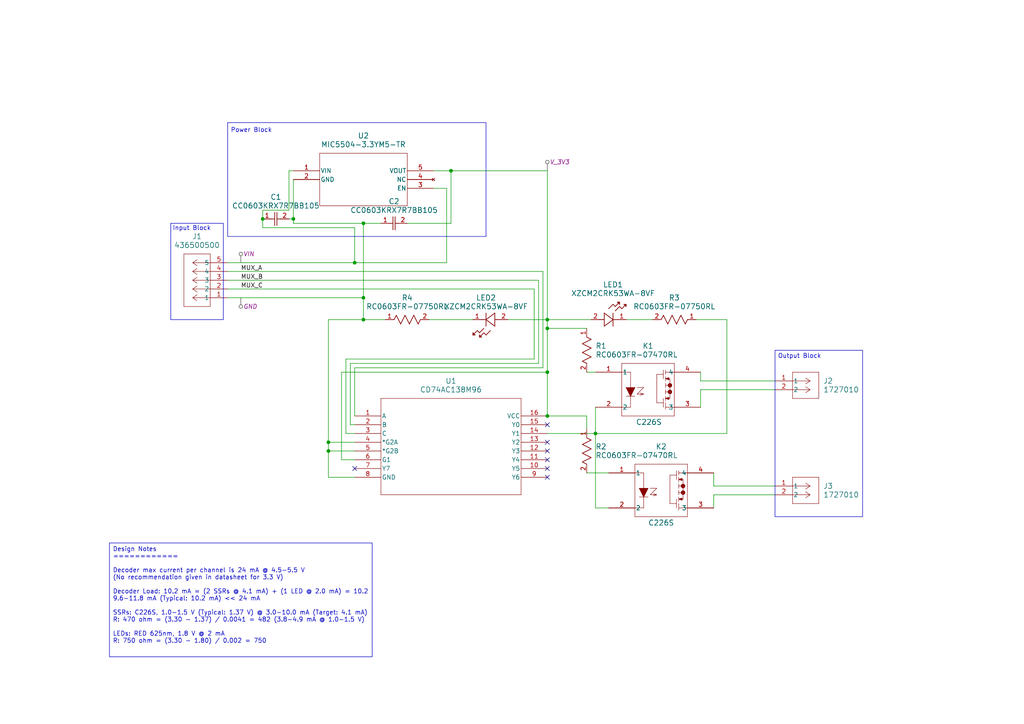
<source format=kicad_sch>
(kicad_sch (version 20231120) (generator "eeschema") (generator_version "8.0")
  (paper "A4")
  (title_block (title "MUX PCB Tester 1x1") (date "2024-04-19") (rev "1") (company "QATCH Technologies LLC") (comment 1 "Author: Alexander J. Ross"))
  (lib_symbols
    (symbol "Symbols:1727010" (pin_names (offset 0.254))
      (property "Reference" "J" (at 8.89 6.35 0))
      (property "Value" "1727010" (at 0 0 0))
      (symbol "1727010_0_1"
        (polyline (pts (xy 5.08 -5.08) (xy 12.7 -5.08)) (stroke (width 0.127)))
        (polyline (pts (xy 5.08 2.54) (xy 5.08 -5.08)) (stroke (width 0.127)))
        (polyline (pts (xy 10.16 -2.54) (xy 5.08 -2.54)) (stroke (width 0.127)))
        (polyline (pts (xy 10.16 -2.54) (xy 8.89 -3.3867)) (stroke (width 0.127)))
        (polyline (pts (xy 10.16 -2.54) (xy 8.89 -1.6933)) (stroke (width 0.127)))
        (polyline (pts (xy 10.16 0) (xy 5.08 0)) (stroke (width 0.127)))
        (polyline (pts (xy 10.16 0) (xy 8.89 -0.8467)) (stroke (width 0.127)))
        (polyline (pts (xy 10.16 0) (xy 8.89 0.8467)) (stroke (width 0.127)))
        (polyline (pts (xy 12.7 -5.08) (xy 12.7 2.54)) (stroke (width 0.127)))
        (polyline (pts (xy 12.7 2.54) (xy 5.08 2.54)) (stroke (width 0.127)))
        (pin unspecified line (at 0 0 0) (length 5.08) (name "1") (number "1"))
        (pin unspecified line (at 0 -2.54 0) (length 5.08) (name "2") (number "2"))
      )
    )
    (symbol "Symbols:436500500" (pin_names (offset 0.254))
      (property "Reference" "J" (at 8.89 6.35 0))
      (property "Value" "436500500" (at 0 0 0))
      (symbol "436500500_1_1"
        (polyline (pts (xy 5.08 -12.7) (xy 12.7 -12.7)) (stroke (width 0.127)))
        (polyline (pts (xy 5.08 2.54) (xy 5.08 -12.7)) (stroke (width 0.127)))
        (polyline (pts (xy 10.16 -10.16) (xy 5.08 -10.16)) (stroke (width 0.127)))
        (polyline (pts (xy 10.16 -10.16) (xy 8.89 -11.0067)) (stroke (width 0.127)))
        (polyline (pts (xy 10.16 -10.16) (xy 8.89 -9.3133)) (stroke (width 0.127)))
        (polyline (pts (xy 10.16 -7.62) (xy 5.08 -7.62)) (stroke (width 0.127)))
        (polyline (pts (xy 10.16 -7.62) (xy 8.89 -8.4667)) (stroke (width 0.127)))
        (polyline (pts (xy 10.16 -7.62) (xy 8.89 -6.7733)) (stroke (width 0.127)))
        (polyline (pts (xy 10.16 -5.08) (xy 5.08 -5.08)) (stroke (width 0.127)))
        (polyline (pts (xy 10.16 -5.08) (xy 8.89 -5.9267)) (stroke (width 0.127)))
        (polyline (pts (xy 10.16 -5.08) (xy 8.89 -4.2333)) (stroke (width 0.127)))
        (polyline (pts (xy 10.16 -2.54) (xy 5.08 -2.54)) (stroke (width 0.127)))
        (polyline (pts (xy 10.16 -2.54) (xy 8.89 -3.3867)) (stroke (width 0.127)))
        (polyline (pts (xy 10.16 -2.54) (xy 8.89 -1.6933)) (stroke (width 0.127)))
        (polyline (pts (xy 10.16 0) (xy 5.08 0)) (stroke (width 0.127)))
        (polyline (pts (xy 10.16 0) (xy 8.89 -0.8467)) (stroke (width 0.127)))
        (polyline (pts (xy 10.16 0) (xy 8.89 0.8467)) (stroke (width 0.127)))
        (polyline (pts (xy 12.7 -12.7) (xy 12.7 2.54)) (stroke (width 0.127)))
        (polyline (pts (xy 12.7 2.54) (xy 5.08 2.54)) (stroke (width 0.127)))
        (pin unspecified line (at 0 0 0) (length 5.08) (name "1") (number "1"))
        (pin unspecified line (at 0 -2.54 0) (length 5.08) (name "2") (number "2"))
        (pin unspecified line (at 0 -5.08 0) (length 5.08) (name "3") (number "3"))
        (pin unspecified line (at 0 -7.62 0) (length 5.08) (name "4") (number "4"))
        (pin unspecified line (at 0 -10.16 0) (length 5.08) (name "5") (number "5"))
      )
      (symbol "436500500_1_2"
        (polyline (pts (xy 5.08 -12.7) (xy 12.7 -12.7)) (stroke (width 0.127)))
        (polyline (pts (xy 5.08 2.54) (xy 5.08 -12.7)) (stroke (width 0.127)))
        (polyline (pts (xy 7.62 -10.16) (xy 5.08 -10.16)) (stroke (width 0.127)))
        (polyline (pts (xy 7.62 -10.16) (xy 8.89 -11.0067)) (stroke (width 0.127)))
        (polyline (pts (xy 7.62 -10.16) (xy 8.89 -9.3133)) (stroke (width 0.127)))
        (polyline (pts (xy 7.62 -7.62) (xy 5.08 -7.62)) (stroke (width 0.127)))
        (polyline (pts (xy 7.62 -7.62) (xy 8.89 -8.4667)) (stroke (width 0.127)))
        (polyline (pts (xy 7.62 -7.62) (xy 8.89 -6.7733)) (stroke (width 0.127)))
        (polyline (pts (xy 7.62 -5.08) (xy 5.08 -5.08)) (stroke (width 0.127)))
        (polyline (pts (xy 7.62 -5.08) (xy 8.89 -5.9267)) (stroke (width 0.127)))
        (polyline (pts (xy 7.62 -5.08) (xy 8.89 -4.2333)) (stroke (width 0.127)))
        (polyline (pts (xy 7.62 -2.54) (xy 5.08 -2.54)) (stroke (width 0.127)))
        (polyline (pts (xy 7.62 -2.54) (xy 8.89 -3.3867)) (stroke (width 0.127)))
        (polyline (pts (xy 7.62 -2.54) (xy 8.89 -1.6933)) (stroke (width 0.127)))
        (polyline (pts (xy 7.62 0) (xy 5.08 0)) (stroke (width 0.127)))
        (polyline (pts (xy 7.62 0) (xy 8.89 -0.8467)) (stroke (width 0.127)))
        (polyline (pts (xy 7.62 0) (xy 8.89 0.8467)) (stroke (width 0.127)))
        (polyline (pts (xy 12.7 -12.7) (xy 12.7 2.54)) (stroke (width 0.127)))
        (polyline (pts (xy 12.7 2.54) (xy 5.08 2.54)) (stroke (width 0.127)))
        (pin unspecified line (at 0 0 0) (length 5.08) (name "1") (number "1"))
        (pin unspecified line (at 0 -2.54 0) (length 5.08) (name "2") (number "2"))
        (pin unspecified line (at 0 -5.08 0) (length 5.08) (name "3") (number "3"))
        (pin unspecified line (at 0 -7.62 0) (length 5.08) (name "4") (number "4"))
        (pin unspecified line (at 0 -10.16 0) (length 5.08) (name "5") (number "5"))
      )
    )
    (symbol "Symbols:C226S" (pin_names (offset 0.254))
      (property "Reference" "K" (at 15.24 7.62 0))
      (property "Value" "C226S" (at 20.32 5.08 0))
      (symbol "C226S_0_1"
        (polyline (pts (xy 7.62 -12.7) (xy 22.86 -12.7)) (stroke (width 0.127)))
        (polyline (pts (xy 7.62 -10.16) (xy 10.16 -10.16)) (stroke (width 0.127)))
        (polyline (pts (xy 7.62 0) (xy 10.16 0)) (stroke (width 0.127)))
        (polyline (pts (xy 7.62 2.54) (xy 7.62 -12.7)) (stroke (width 0.127)))
        (polyline (pts (xy 8.89 -6.985) (xy 11.43 -6.985)) (stroke (width 0.127)))
        (polyline (pts (xy 8.89 -4.445) (xy 11.43 -4.445)) (stroke (width 0.127)))
        (polyline (pts (xy 10.16 -6.985) (xy 8.89 -4.445)) (stroke (width 0.127)))
        (polyline (pts (xy 10.16 0) (xy 10.16 -10.16)) (stroke (width 0.127)))
        (polyline (pts (xy 11.43 -4.445) (xy 10.16 -6.985)) (stroke (width 0.127)))
        (polyline (pts (xy 12.065 -6.35) (xy 13.97 -6.35)) (stroke (width 0.127)))
        (polyline (pts (xy 12.065 -4.445) (xy 13.97 -4.445)) (stroke (width 0.127)))
        (polyline (pts (xy 13.0175 -6.0325) (xy 13.97 -6.35)) (stroke (width 0.127)))
        (polyline (pts (xy 13.97 -6.35) (xy 13.0175 -6.6675)) (stroke (width 0.127)))
        (polyline (pts (xy 13.97 -4.445) (xy 12.065 -6.35)) (stroke (width 0.127)))
        (polyline (pts (xy 17.78 -8.89) (xy 19.685 -8.89)) (stroke (width 0.127)))
        (polyline (pts (xy 17.78 -0.635) (xy 17.78 -8.89)) (stroke (width 0.127)))
        (polyline (pts (xy 19.685 -7.62) (xy 19.685 -10.16)) (stroke (width 0.127)))
        (polyline (pts (xy 19.685 -0.635) (xy 17.78 -0.635)) (stroke (width 0.127)))
        (polyline (pts (xy 19.685 0.635) (xy 19.685 -1.905)) (stroke (width 0.127)))
        (polyline (pts (xy 20.32 -8.89) (xy 20.32 -10.795)) (stroke (width 0.127)))
        (polyline (pts (xy 20.32 -7.62) (xy 21.2725 -7.9375)) (stroke (width 0.127)))
        (polyline (pts (xy 20.32 -7.62) (xy 21.2725 -7.3025)) (stroke (width 0.127)))
        (polyline (pts (xy 20.32 -7.62) (xy 21.59 -7.62)) (stroke (width 0.127)))
        (polyline (pts (xy 20.32 -6.985) (xy 20.32 -8.255)) (stroke (width 0.127)))
        (polyline (pts (xy 20.32 -6.35) (xy 20.32 -5.715)) (stroke (width 0.127)))
        (polyline (pts (xy 20.32 -5.715) (xy 20.955 -5.715)) (stroke (width 0.127)))
        (polyline (pts (xy 20.32 -5.08) (xy 20.32 -5.715)) (stroke (width 0.127)))
        (polyline (pts (xy 20.32 -3.81) (xy 21.59 -3.81)) (stroke (width 0.127)))
        (polyline (pts (xy 20.32 -3.175) (xy 20.32 -4.445)) (stroke (width 0.127)))
        (polyline (pts (xy 20.32 -1.905) (xy 21.2725 -2.2225)) (stroke (width 0.127)))
        (polyline (pts (xy 20.32 -1.905) (xy 21.2725 -1.5875)) (stroke (width 0.127)))
        (polyline (pts (xy 20.32 -1.905) (xy 21.59 -1.905)) (stroke (width 0.127)))
        (polyline (pts (xy 20.32 -1.27) (xy 20.32 -2.54)) (stroke (width 0.127)))
        (polyline (pts (xy 20.32 -0.635) (xy 20.32 0)) (stroke (width 0.127)))
        (polyline (pts (xy 20.32 0.635) (xy 20.32 0)) (stroke (width 0.127)))
        (polyline (pts (xy 21.2725 -7.9375) (xy 21.2725 -7.3025)) (stroke (width 0.127)))
        (polyline (pts (xy 21.2725 -2.2225) (xy 21.2725 -1.5875)) (stroke (width 0.127)))
        (polyline (pts (xy 21.59 -5.715) (xy 20.955 -5.715)) (stroke (width 0.127)))
        (polyline (pts (xy 21.59 -1.905) (xy 21.59 -7.62)) (stroke (width 0.127)))
        (polyline (pts (xy 22.86 -12.7) (xy 22.86 2.54)) (stroke (width 0.127)))
        (polyline (pts (xy 22.86 -10.16) (xy 20.32 -10.16)) (stroke (width 0.127)))
        (polyline (pts (xy 22.86 0) (xy 20.32 0)) (stroke (width 0.127)))
        (polyline (pts (xy 22.86 2.54) (xy 7.62 2.54)) (stroke (width 0.127)))
        (polyline (pts (xy 8.89 -4.445) (xy 10.16 -6.985) (xy 11.43 -4.445)) (fill (type outline)))
        (polyline (pts (xy 20.32 -7.62) (xy 21.2725 -7.3025) (xy 21.2725 -7.9375)) (fill (type outline)))
        (polyline (pts (xy 20.32 -1.905) (xy 21.2725 -1.5875) (xy 21.2725 -2.2225)) (fill (type outline)))
        (circle (center 21.59 -5.715) (radius 0.127) (stroke (width 0.508)))
        (circle (center 21.59 -3.81) (radius 0.127) (stroke (width 0.508)))
        (pin unspecified line (at 0 0 0) (length 7.62) (name "1") (number "1"))
        (pin unspecified line (at 0 -10.16 0) (length 7.62) (name "2") (number "2"))
        (pin unspecified line (at 30.48 -10.16 180) (length 7.62) (name "3") (number "3"))
        (pin unspecified line (at 30.48 0 180) (length 7.62) (name "4") (number "4"))
      )
    )
    (symbol "Symbols:CC0603KRX7R7BB105" (pin_names (offset 0.254))
      (property "Reference" "C" (at 3.81 3.81 0))
      (property "Value" "CC0603KRX7R7BB105" (at 3.81 -3.81 0))
      (symbol "CC0603KRX7R7BB105_1_1"
        (polyline (pts (xy 2.54 0) (xy 3.4798 0)) (stroke (width 0.2032)))
        (polyline (pts (xy 3.4798 -1.905) (xy 3.4798 1.905)) (stroke (width 0.2032)))
        (polyline (pts (xy 4.1148 -1.905) (xy 4.1148 1.905)) (stroke (width 0.2032)))
        (polyline (pts (xy 4.1148 0) (xy 5.08 0)) (stroke (width 0.2032)))
        (pin unspecified line (at 0 0 0) (length 2.54) (name "") (number "1"))
        (pin unspecified line (at 7.62 0 180) (length 2.54) (name "") (number "2"))
      )
      (symbol "CC0603KRX7R7BB105_1_2"
        (polyline (pts (xy -1.905 -4.1148) (xy 1.905 -4.1148)) (stroke (width 0.2032)))
        (polyline (pts (xy -1.905 -3.4798) (xy 1.905 -3.4798)) (stroke (width 0.2032)))
        (polyline (pts (xy 0 -4.1148) (xy 0 -5.08)) (stroke (width 0.2032)))
        (polyline (pts (xy 0 -2.54) (xy 0 -3.4798)) (stroke (width 0.2032)))
        (pin unspecified line (at 0 0 270) (length 2.54) (name "") (number "1"))
        (pin unspecified line (at 0 -7.62 90) (length 2.54) (name "") (number "2"))
      )
    )
    (symbol "Symbols:CD74AC138M96" (pin_names (offset 0.254))
      (property "Reference" "U" (at 27.94 10.16 0))
      (property "Value" "CD74AC138M96" (at 27.94 7.62 0))
      (symbol "CD74AC138M96_0_1"
        (polyline (pts (xy 7.62 -22.86) (xy 48.26 -22.86)) (stroke (width 0.127)))
        (polyline (pts (xy 7.62 5.08) (xy 7.62 -22.86)) (stroke (width 0.127)))
        (polyline (pts (xy 48.26 -22.86) (xy 48.26 5.08)) (stroke (width 0.127)))
        (polyline (pts (xy 48.26 5.08) (xy 7.62 5.08)) (stroke (width 0.127)))
        (pin input line (at 0 0 0) (length 7.62) (name "A") (number "1"))
        (pin output line (at 55.88 -15.24 180) (length 7.62) (name "Y5") (number "10"))
        (pin output line (at 55.88 -12.7 180) (length 7.62) (name "Y4") (number "11"))
        (pin output line (at 55.88 -10.16 180) (length 7.62) (name "Y3") (number "12"))
        (pin output line (at 55.88 -7.62 180) (length 7.62) (name "Y2") (number "13"))
        (pin output line (at 55.88 -5.08 180) (length 7.62) (name "Y1") (number "14"))
        (pin output line (at 55.88 -2.54 180) (length 7.62) (name "Y0") (number "15"))
        (pin power_in line (at 55.88 0 180) (length 7.62) (name "VCC") (number "16"))
        (pin input line (at 0 -2.54 0) (length 7.62) (name "B") (number "2"))
        (pin input line (at 0 -5.08 0) (length 7.62) (name "C") (number "3"))
        (pin input line (at 0 -7.62 0) (length 7.62) (name "*G2A") (number "4"))
        (pin input line (at 0 -10.16 0) (length 7.62) (name "*G2B") (number "5"))
        (pin input line (at 0 -12.7 0) (length 7.62) (name "G1") (number "6"))
        (pin output line (at 0 -15.24 0) (length 7.62) (name "Y7") (number "7"))
        (pin power_in line (at 0 -17.78 0) (length 7.62) (name "GND") (number "8"))
        (pin output line (at 55.88 -17.78 180) (length 7.62) (name "Y6") (number "9"))
      )
    )
    (symbol "Symbols:MIC5504-3.3YM5-TR" (pin_names (offset 0.254))
      (property "Reference" "U" (at 20.32 10.16 0))
      (property "Value" "MIC5504-3.3YM5-TR" (at 20.32 7.62 0))
      (symbol "MIC5504-3.3YM5-TR_0_1"
        (polyline (pts (xy 7.62 -10.16) (xy 33.02 -10.16)) (stroke (width 0.127)))
        (polyline (pts (xy 7.62 5.08) (xy 7.62 -10.16)) (stroke (width 0.127)))
        (polyline (pts (xy 33.02 -10.16) (xy 33.02 5.08)) (stroke (width 0.127)))
        (polyline (pts (xy 33.02 5.08) (xy 7.62 5.08)) (stroke (width 0.127)))
        (pin input line (at 0 0 0) (length 7.62) (name "VIN") (number "1"))
        (pin power_in line (at 0 -2.54 0) (length 7.62) (name "GND") (number "2"))
        (pin input line (at 40.64 -5.08 180) (length 7.62) (name "EN") (number "3"))
        (pin no_connect line (at 40.64 -2.54 180) (length 7.62) (name "NC") (number "4"))
        (pin output line (at 40.64 0 180) (length 7.62) (name "VOUT") (number "5"))
      )
    )
    (symbol "Symbols:RC0603FR-07470RL" (pin_names (offset 0.254))
      (property "Reference" "R" (at 5.715 3.81 0))
      (property "Value" "RC0603FR-07470RL" (at 6.35 -3.81 0))
      (symbol "RC0603FR-07470RL_1_1"
        (polyline (pts (xy 2.54 0) (xy 3.175 1.27)) (stroke (width 0.2032)))
        (polyline (pts (xy 3.175 1.27) (xy 4.445 -1.27)) (stroke (width 0.2032)))
        (polyline (pts (xy 4.445 -1.27) (xy 5.715 1.27)) (stroke (width 0.2032)))
        (polyline (pts (xy 5.715 1.27) (xy 6.985 -1.27)) (stroke (width 0.2032)))
        (polyline (pts (xy 6.985 -1.27) (xy 8.255 1.27)) (stroke (width 0.2032)))
        (polyline (pts (xy 8.255 1.27) (xy 9.525 -1.27)) (stroke (width 0.2032)))
        (polyline (pts (xy 9.525 -1.27) (xy 10.16 0)) (stroke (width 0.2032)))
        (pin unspecified line (at 12.7 0 180) (length 2.54) (name "") (number "1"))
        (pin unspecified line (at 0 0 0) (length 2.54) (name "") (number "2"))
      )
      (symbol "RC0603FR-07470RL_1_2"
        (polyline (pts (xy -1.27 3.175) (xy 1.27 4.445)) (stroke (width 0.2032)))
        (polyline (pts (xy -1.27 5.715) (xy 1.27 6.985)) (stroke (width 0.2032)))
        (polyline (pts (xy -1.27 8.255) (xy 1.27 9.525)) (stroke (width 0.2032)))
        (polyline (pts (xy 0 2.54) (xy -1.27 3.175)) (stroke (width 0.2032)))
        (polyline (pts (xy 1.27 4.445) (xy -1.27 5.715)) (stroke (width 0.2032)))
        (polyline (pts (xy 1.27 6.985) (xy -1.27 8.255)) (stroke (width 0.2032)))
        (polyline (pts (xy 1.27 9.525) (xy 0 10.16)) (stroke (width 0.2032)))
        (pin unspecified line (at 0 12.7 270) (length 2.54) (name "") (number "1"))
        (pin unspecified line (at 0 0 90) (length 2.54) (name "") (number "2"))
      )
    )
    (symbol "Symbols:RC0603FR-07750RL" (pin_names (offset 0.254))
      (property "Reference" "R" (at 5.715 3.81 0))
      (property "Value" "RC0603FR-07750RL" (at 6.35 -3.81 0))
      (symbol "RC0603FR-07750RL_1_1"
        (polyline (pts (xy 2.54 0) (xy 3.175 1.27)) (stroke (width 0.2032)))
        (polyline (pts (xy 3.175 1.27) (xy 4.445 -1.27)) (stroke (width 0.2032)))
        (polyline (pts (xy 4.445 -1.27) (xy 5.715 1.27)) (stroke (width 0.2032)))
        (polyline (pts (xy 5.715 1.27) (xy 6.985 -1.27)) (stroke (width 0.2032)))
        (polyline (pts (xy 6.985 -1.27) (xy 8.255 1.27)) (stroke (width 0.2032)))
        (polyline (pts (xy 8.255 1.27) (xy 9.525 -1.27)) (stroke (width 0.2032)))
        (polyline (pts (xy 9.525 -1.27) (xy 10.16 0)) (stroke (width 0.2032)))
        (pin unspecified line (at 12.7 0 180) (length 2.54) (name "") (number "1"))
        (pin unspecified line (at 0 0 0) (length 2.54) (name "") (number "2"))
      )
      (symbol "RC0603FR-07750RL_1_2"
        (polyline (pts (xy -1.27 3.175) (xy 1.27 4.445)) (stroke (width 0.2032)))
        (polyline (pts (xy -1.27 5.715) (xy 1.27 6.985)) (stroke (width 0.2032)))
        (polyline (pts (xy -1.27 8.255) (xy 1.27 9.525)) (stroke (width 0.2032)))
        (polyline (pts (xy 0 2.54) (xy -1.27 3.175)) (stroke (width 0.2032)))
        (polyline (pts (xy 1.27 4.445) (xy -1.27 5.715)) (stroke (width 0.2032)))
        (polyline (pts (xy 1.27 6.985) (xy -1.27 8.255)) (stroke (width 0.2032)))
        (polyline (pts (xy 1.27 9.525) (xy 0 10.16)) (stroke (width 0.2032)))
        (pin unspecified line (at 0 12.7 270) (length 2.54) (name "") (number "1"))
        (pin unspecified line (at 0 0 90) (length 2.54) (name "") (number "2"))
      )
    )
    (symbol "Symbols:XZCM2CRK53WA-8VF" (pin_names (offset 0.254))
      (property "Reference" "LED" (at 5.08 -4.445 0))
      (property "Value" "XZCM2CRK53WA-8VF" (at 5.08 -7.62 0))
      (symbol "XZCM2CRK53WA-8VF_1_1"
        (polyline (pts (xy 2.54 0) (xy 3.4798 0)) (stroke (width 0.2032)))
        (polyline (pts (xy 3.175 0) (xy 3.81 0)) (stroke (width 0.2032)))
        (polyline (pts (xy 3.81 -1.905) (xy 6.35 0)) (stroke (width 0.2032)))
        (polyline (pts (xy 3.81 1.905) (xy 3.81 -1.905)) (stroke (width 0.2032)))
        (polyline (pts (xy 5.08 3.175) (xy 6.35 4.445)) (stroke (width 0.2032)))
        (polyline (pts (xy 6.35 -1.905) (xy 6.35 1.905)) (stroke (width 0.2032)))
        (polyline (pts (xy 6.35 0) (xy 3.81 1.905)) (stroke (width 0.2032)))
        (polyline (pts (xy 6.35 0) (xy 7.62 0)) (stroke (width 0.2032)))
        (polyline (pts (xy 6.35 4.445) (xy 6.985 3.81)) (stroke (width 0.2032)))
        (polyline (pts (xy 6.985 2.54) (xy 8.255 3.81)) (stroke (width 0.2032)))
        (polyline (pts (xy 6.985 3.81) (xy 8.255 5.08)) (stroke (width 0.2032)))
        (polyline (pts (xy 7.62 5.08) (xy 8.255 4.445)) (stroke (width 0.2032)))
        (polyline (pts (xy 8.255 3.81) (xy 8.89 3.175)) (stroke (width 0.2032)))
        (polyline (pts (xy 8.255 4.445) (xy 8.255 5.08)) (stroke (width 0.2032)))
        (polyline (pts (xy 8.255 5.08) (xy 7.62 5.08)) (stroke (width 0.2032)))
        (polyline (pts (xy 8.89 3.175) (xy 10.16 4.445)) (stroke (width 0.2032)))
        (polyline (pts (xy 9.525 4.445) (xy 10.16 3.81)) (stroke (width 0.2032)))
        (polyline (pts (xy 10.16 3.81) (xy 10.16 4.445)) (stroke (width 0.2032)))
        (polyline (pts (xy 10.16 4.445) (xy 9.525 4.445)) (stroke (width 0.2032)))
        (pin unspecified line (at 10.16 0 180) (length 2.54) (name "") (number "1"))
        (pin unspecified line (at 0 0 0) (length 2.54) (name "") (number "2"))
      )
      (symbol "XZCM2CRK53WA-8VF_1_2"
        (polyline (pts (xy -5.08 7.62) (xy -4.445 8.255)) (stroke (width 0.2032)))
        (polyline (pts (xy -5.08 8.255) (xy -5.08 7.62)) (stroke (width 0.2032)))
        (polyline (pts (xy -4.445 6.35) (xy -3.81 6.985)) (stroke (width 0.2032)))
        (polyline (pts (xy -4.445 8.255) (xy -5.08 8.255)) (stroke (width 0.2032)))
        (polyline (pts (xy -4.445 9.525) (xy -3.81 10.16)) (stroke (width 0.2032)))
        (polyline (pts (xy -4.445 10.16) (xy -4.445 9.525)) (stroke (width 0.2032)))
        (polyline (pts (xy -3.81 6.985) (xy -5.08 8.255)) (stroke (width 0.2032)))
        (polyline (pts (xy -3.81 8.255) (xy -3.175 8.89)) (stroke (width 0.2032)))
        (polyline (pts (xy -3.81 10.16) (xy -4.445 10.16)) (stroke (width 0.2032)))
        (polyline (pts (xy -3.175 5.08) (xy -4.445 6.35)) (stroke (width 0.2032)))
        (polyline (pts (xy -3.175 8.89) (xy -4.445 10.16)) (stroke (width 0.2032)))
        (polyline (pts (xy -2.54 6.985) (xy -3.81 8.255)) (stroke (width 0.2032)))
        (polyline (pts (xy -1.905 3.81) (xy 1.905 3.81)) (stroke (width 0.2032)))
        (polyline (pts (xy 0 2.54) (xy 0 3.4798)) (stroke (width 0.2032)))
        (polyline (pts (xy 0 3.175) (xy 0 3.81)) (stroke (width 0.2032)))
        (polyline (pts (xy 0 6.35) (xy -1.905 3.81)) (stroke (width 0.2032)))
        (polyline (pts (xy 0 6.35) (xy 0 7.62)) (stroke (width 0.2032)))
        (polyline (pts (xy 1.905 3.81) (xy 0 6.35)) (stroke (width 0.2032)))
        (polyline (pts (xy 1.905 6.35) (xy -1.905 6.35)) (stroke (width 0.2032)))
        (pin unspecified line (at 0 10.16 270) (length 2.54) (name "") (number "1"))
        (pin unspecified line (at 0 0 90) (length 2.54) (name "") (number "2"))
      )
    )
  )
  (junction (at 158.75 92.71))
  (junction (at 105.41 86.36))
  (junction (at 76.2 63.5))
  (junction (at 102.87 76.2))
  (junction (at 172.72 125.73))
  (junction (at 158.75 95.25))
  (junction (at 95.25 128.27))
  (junction (at 158.75 107.95))
  (junction (at 105.41 92.71))
  (junction (at 130.81 49.53))
  (junction (at 85.09 63.5))
  (junction (at 95.25 130.81))
  (junction (at 158.75 120.65))
  (junction (at 105.41 64.77))
  (no_connect (at 158.75 130.81))
  (no_connect (at 102.87 135.89))
  (no_connect (at 158.75 135.89))
  (no_connect (at 158.75 138.43))
  (no_connect (at 158.75 133.35))
  (no_connect (at 158.75 128.27))
  (no_connect (at 158.75 123.19))
  (wire (pts (xy 102.87 133.35) (xy 99.06 133.35)))
  (wire (pts (xy 154.94 104.14) (xy 154.94 83.82)))
  (wire (pts (xy 170.18 137.16) (xy 176.53 137.16)))
  (wire (pts (xy 172.72 125.73) (xy 172.72 118.11)))
  (wire (pts (xy 95.25 128.27) (xy 102.87 128.27)))
  (wire (pts (xy 181.61 92.71) (xy 189.23 92.71)))
  (wire (pts (xy 101.6 123.19) (xy 101.6 105.41)))
  (wire (pts (xy 101.6 105.41) (xy 156.21 105.41)))
  (wire (pts (xy 176.53 147.32) (xy 172.72 147.32)))
  (wire (pts (xy 102.87 106.68) (xy 157.48 106.68)))
  (wire (pts (xy 158.75 95.25) (xy 170.18 95.25)))
  (wire (pts (xy 158.75 95.25) (xy 158.75 92.71)))
  (wire (pts (xy 95.25 128.27) (xy 95.25 92.71)))
  (wire (pts (xy 203.2 110.49) (xy 203.2 107.95)))
  (wire (pts (xy 130.81 49.53) (xy 125.73 49.53)))
  (wire (pts (xy 83.82 49.53) (xy 85.09 49.53)))
  (wire (pts (xy 130.81 64.77) (xy 130.81 49.53)))
  (wire (pts (xy 85.09 52.07) (xy 85.09 63.5)))
  (wire (pts (xy 172.72 125.73) (xy 210.82 125.73)))
  (wire (pts (xy 99.06 133.35) (xy 99.06 107.95)))
  (wire (pts (xy 105.41 92.71) (xy 105.41 86.36)))
  (wire (pts (xy 201.93 92.71) (xy 210.82 92.71)))
  (wire (pts (xy 95.25 130.81) (xy 95.25 128.27)))
  (wire (pts (xy 102.87 138.43) (xy 95.25 138.43)))
  (wire (pts (xy 76.2 63.5) (xy 76.2 60.96)))
  (wire (pts (xy 102.87 123.19) (xy 101.6 123.19)))
  (wire (pts (xy 76.2 60.96) (xy 83.82 60.96)))
  (wire (pts (xy 207.01 140.97) (xy 207.01 137.16)))
  (wire (pts (xy 158.75 92.71) (xy 171.45 92.71)))
  (wire (pts (xy 95.25 138.43) (xy 95.25 130.81)))
  (wire (pts (xy 224.79 140.97) (xy 207.01 140.97)))
  (wire (pts (xy 102.87 125.73) (xy 100.33 125.73)))
  (wire (pts (xy 66.04 86.36) (xy 105.41 86.36)))
  (wire (pts (xy 129.54 54.61) (xy 129.54 76.2)))
  (wire (pts (xy 66.04 78.74) (xy 157.48 78.74)))
  (wire (pts (xy 158.75 107.95) (xy 158.75 95.25)))
  (wire (pts (xy 158.75 120.65) (xy 158.75 107.95)))
  (wire (pts (xy 224.79 110.49) (xy 203.2 110.49)))
  (wire (pts (xy 100.33 125.73) (xy 100.33 104.14)))
  (wire (pts (xy 105.41 64.77) (xy 110.49 64.77)))
  (wire (pts (xy 158.75 49.53) (xy 130.81 49.53)))
  (wire (pts (xy 83.82 63.5) (xy 85.09 63.5)))
  (wire (pts (xy 66.04 76.2) (xy 102.87 76.2)))
  (wire (pts (xy 118.11 64.77) (xy 130.81 64.77)))
  (wire (pts (xy 158.75 92.71) (xy 158.75 49.53)))
  (wire (pts (xy 207.01 143.51) (xy 207.01 147.32)))
  (wire (pts (xy 224.79 143.51) (xy 207.01 143.51)))
  (wire (pts (xy 66.04 81.28) (xy 156.21 81.28)))
  (wire (pts (xy 170.18 120.65) (xy 158.75 120.65)))
  (wire (pts (xy 85.09 63.5) (xy 85.09 64.77)))
  (wire (pts (xy 95.25 130.81) (xy 102.87 130.81)))
  (wire (pts (xy 102.87 76.2) (xy 129.54 76.2)))
  (wire (pts (xy 99.06 107.95) (xy 158.75 107.95)))
  (wire (pts (xy 125.73 54.61) (xy 129.54 54.61)))
  (wire (pts (xy 85.09 64.77) (xy 105.41 64.77)))
  (wire (pts (xy 172.72 147.32) (xy 172.72 125.73)))
  (wire (pts (xy 124.46 92.71) (xy 137.16 92.71)))
  (wire (pts (xy 170.18 107.95) (xy 172.72 107.95)))
  (wire (pts (xy 102.87 120.65) (xy 102.87 106.68)))
  (wire (pts (xy 102.87 76.2) (xy 102.87 66.04)))
  (wire (pts (xy 147.32 92.71) (xy 158.75 92.71)))
  (wire (pts (xy 157.48 106.68) (xy 157.48 78.74)))
  (wire (pts (xy 83.82 60.96) (xy 83.82 49.53)))
  (wire (pts (xy 105.41 64.77) (xy 105.41 86.36)))
  (wire (pts (xy 100.33 104.14) (xy 154.94 104.14)))
  (wire (pts (xy 224.79 113.03) (xy 203.2 113.03)))
  (wire (pts (xy 105.41 92.71) (xy 111.76 92.71)))
  (wire (pts (xy 66.04 83.82) (xy 154.94 83.82)))
  (wire (pts (xy 102.87 66.04) (xy 76.2 66.04)))
  (wire (pts (xy 76.2 66.04) (xy 76.2 63.5)))
  (wire (pts (xy 95.25 92.71) (xy 105.41 92.71)))
  (wire (pts (xy 203.2 113.03) (xy 203.2 118.11)))
  (wire (pts (xy 156.21 105.41) (xy 156.21 81.28)))
  (wire (pts (xy 210.82 92.71) (xy 210.82 125.73)))
  (wire (pts (xy 170.18 120.65) (xy 170.18 124.46)))
  (wire (pts (xy 158.75 125.73) (xy 172.72 125.73)))
  (rectangle (start 49.53 64.77) (end 64.77 92.71))
  (rectangle (start 66.04 35.56) (end 140.97 68.58))
  (rectangle (start 224.79 101.6) (end 250.19 149.86))
  (text_box "Design Notes\n============\n\nDecoder max current per channel is 24 mA @ 4.5-5.5 V\n(No recommendation given in datasheet for 3.3 V)\n\nDecoder Load: 10.2 mA = (2 SSRs @ 4.1 mA) + (1 LED @ 2.0 mA) = 10.2\n9.6-11.8 mA (Typical: 10.2 mA) << 24 mA\n\nSSRs: C226S, 1.0-1.5 V (Typical: 1.37 V) @ 3.0-10.0 mA (Target: 4.1 mA)\nR: 470 ohm = (3.30 - 1.37) / 0.0041 = 482 (3.8-4.9 mA @ 1.0-1.5 V)\n\nLEDs: RED 625nm, 1.8 V @ 2 mA\nR: 750 ohm = (3.30 - 1.80) / 0.002 = 750" (at 31.75 157.48 0) (size 76.2 33.02) (effects (font (size 1.27 1.27)) (justify left top)))
  (text "Input Block" (at 55.626 66.294 0) (effects (font (size 1.27 1.27))))
  (text "Power Block" (at 72.898 37.846 0) (effects (font (size 1.27 1.27))))
  (text "Output Block" (at 231.902 103.378 0) (effects (font (size 1.27 1.27))))
  (label "MUX_A" (at 69.85 78.74 0))
  (label "MUX_B" (at 69.85 81.28 0))
  (label "MUX_C" (at 69.85 83.82 0))
  (netclass_flag "" (length 2.54) (shape round) (at 158.75 49.53 0) (property "Netclass" "V_3V3" (at 159.4485 46.99 0) (effects (font (italic yes)) (justify left))))
  (netclass_flag "" (length 2.54) (shape round) (at 69.85 86.36 180) (property "Netclass" "GND" (at 70.5485 88.9 0) (effects (font (italic yes)) (justify left))))
  (netclass_flag "" (length 2.54) (shape round) (at 69.85 76.2 0) (property "Netclass" "VIN" (at 70.5485 73.66 0) (effects (font (italic yes)) (justify left))))
  (symbol (lib_id "Symbols:MIC5504-3.3YM5-TR") (at 85.09 49.53 0) (unit 1)
    (property "Reference" "U2" (at 105.41 39.37 0) (effects (font (size 1.524 1.524))))
    (property "Value" "MIC5504-3.3YM5-TR" (at 105.41 41.91 0) (effects (font (size 1.524 1.524))))
    (property "Footprint" "SOT-23-5_MC_MCH" (effects (hide yes)))
    (property "Datasheet" "MIC5504-3.3YM5-TR" (effects (hide yes)))
  )
  (symbol (lib_id "Symbols:436500500") (at 66.04 86.36 180) (unit 1)
    (property "Reference" "J1" (at 57.15 68.58 0) (effects (font (size 1.524 1.524))))
    (property "Value" "436500500" (at 57.15 71.12 0) (effects (font (size 1.524 1.524))))
    (property "Footprint" "CON_436500500_MOL" (effects (hide yes)))
    (property "Datasheet" "436500500" (effects (hide yes)))
  )
  (symbol (lib_id "Symbols:1727010") (at 224.79 110.49 0) (unit 1)
    (property "Reference" "J2" (at 238.76 110.4899 0) (effects (font (size 1.524 1.524)) (justify left)))
    (property "Value" "1727010" (at 238.76 113.0299 0) (effects (font (size 1.524 1.524)) (justify left)))
    (property "Footprint" "Connector_Phoenix_SPT:CONN_1727010" (effects (hide yes)))
    (property "Datasheet" "1727010" (effects (hide yes)))
  )
  (symbol (lib_id "Symbols:RC0603FR-07470RL") (at 170.18 107.95 90) (unit 1)
    (property "Reference" "R1" (at 172.72 100.3299 90) (effects (font (size 1.524 1.524)) (justify right)))
    (property "Value" "RC0603FR-07470RL" (at 172.72 102.8699 90) (effects (font (size 1.524 1.524)) (justify right)))
    (property "Footprint" "RC0603N_YAG" (effects (hide yes)))
    (property "Datasheet" "RC0603FR-07470RL" (effects (hide yes)))
    (property "MANUFACTURER" "YAGEO" (effects (hide yes)))
  )
  (symbol (lib_id "Symbols:CD74AC138M96") (at 102.87 120.65 0) (unit 1)
    (property "Reference" "U1" (at 130.81 110.49 0) (effects (font (size 1.524 1.524))))
    (property "Value" "CD74AC138M96" (at 130.81 113.03 0) (effects (font (size 1.524 1.524))))
    (property "Footprint" "Decoder:D16" (effects (hide yes)))
    (property "Datasheet" "CD74AC138M96" (effects (hide yes)))
  )
  (symbol (lib_id "Symbols:1727010") (at 224.79 140.97 0) (unit 1)
    (property "Reference" "J3" (at 238.76 140.9699 0) (effects (font (size 1.524 1.524)) (justify left)))
    (property "Value" "1727010" (at 238.76 143.5099 0) (effects (font (size 1.524 1.524)) (justify left)))
    (property "Footprint" "Connector_Phoenix_SPT:CONN_1727010" (effects (hide yes)))
    (property "Datasheet" "1727010" (effects (hide yes)))
  )
  (symbol (lib_id "Symbols:CC0603KRX7R7BB105") (at 76.2 63.5 0) (unit 1)
    (property "Reference" "C1" (at 80.01 57.15 0) (effects (font (size 1.524 1.524))))
    (property "Value" "CC0603KRX7R7BB105" (at 80.01 59.69 0) (effects (font (size 1.524 1.524))))
    (property "Footprint" "YAG_CC0603_YAG" (effects (hide yes)))
    (property "Datasheet" "CC0603KRX7R7BB105" (effects (hide yes)))
  )
  (symbol (lib_id "Symbols:RC0603FR-07470RL") (at 170.18 137.16 90) (unit 1)
    (property "Reference" "R2" (at 172.72 129.5399 90) (effects (font (size 1.524 1.524)) (justify right)))
    (property "Value" "RC0603FR-07470RL" (at 172.72 132.0799 90) (effects (font (size 1.524 1.524)) (justify right)))
    (property "Footprint" "RC0603N_YAG" (effects (hide yes)))
    (property "Datasheet" "RC0603FR-07470RL" (effects (hide yes)))
    (property "MANUFACTURER" "YAGEO" (effects (hide yes)))
  )
  (symbol (lib_id "Symbols:C226S") (at 176.53 137.16 0) (unit 1)
    (property "Reference" "K2" (at 191.77 129.54 0) (effects (font (size 1.524 1.524))))
    (property "Value" "C226S" (at 191.77 151.638 0) (effects (font (size 1.524 1.524))))
    (property "Footprint" "C226S_COT" (effects (hide yes)))
    (property "Datasheet" "C226S" (effects (hide yes)))
  )
  (symbol (lib_id "Symbols:XZCM2CRK53WA-8VF") (at 147.32 92.71 180) (unit 1)
    (property "Reference" "LED2" (at 140.97 86.36 0) (effects (font (size 1.524 1.524))))
    (property "Value" "XZCM2CRK53WA-8VF" (at 140.97 88.9 0) (effects (font (size 1.524 1.524))))
    (property "Footprint" "LED_SMD:LED_SMD_XZCM_1P6X0P8_SLD" (effects (hide yes)))
    (property "Datasheet" "XZCM2CRK53WA-8VF" (effects (hide yes)))
  )
  (symbol (lib_id "Symbols:CC0603KRX7R7BB105") (at 110.49 64.77 0) (unit 1)
    (property "Reference" "C2" (at 114.3 58.42 0) (effects (font (size 1.524 1.524))))
    (property "Value" "CC0603KRX7R7BB105" (at 114.3 60.96 0) (effects (font (size 1.524 1.524))))
    (property "Footprint" "YAG_CC0603_YAG" (effects (hide yes)))
    (property "Datasheet" "CC0603KRX7R7BB105" (effects (hide yes)))
  )
  (symbol (lib_id "Symbols:RC0603FR-07750RL") (at 189.23 92.71 0) (unit 1)
    (property "Reference" "R3" (at 195.58 86.36 0) (effects (font (size 1.524 1.524))))
    (property "Value" "RC0603FR-07750RL" (at 195.58 88.9 0) (effects (font (size 1.524 1.524))))
    (property "Footprint" "Resistor_SMD:RC0603N_YAG" (effects (hide yes)))
    (property "Datasheet" "RC0603FR-07750RL" (effects (hide yes)))
  )
  (symbol (lib_id "Symbols:XZCM2CRK53WA-8VF") (at 171.45 92.71 0) (unit 1)
    (property "Reference" "LED1" (at 177.8 82.55 0) (effects (font (size 1.524 1.524))))
    (property "Value" "XZCM2CRK53WA-8VF" (at 177.8 85.09 0) (effects (font (size 1.524 1.524))))
    (property "Footprint" "LED_SMD:LED_SMD_XZCM_1P6X0P8_SLD" (effects (hide yes)))
    (property "Datasheet" "XZCM2CRK53WA-8VF" (effects (hide yes)))
  )
  (symbol (lib_id "Symbols:RC0603FR-07750RL") (at 124.46 92.71 180) (unit 1)
    (property "Reference" "R4" (at 118.11 86.36 0) (effects (font (size 1.524 1.524))))
    (property "Value" "RC0603FR-07750RL" (at 118.11 88.9 0) (effects (font (size 1.524 1.524))))
    (property "Footprint" "Resistor_SMD:RC0603N_YAG" (effects (hide yes)))
    (property "Datasheet" "RC0603FR-07750RL" (effects (hide yes)))
  )
  (symbol (lib_id "Symbols:C226S") (at 172.72 107.95 0) (unit 1)
    (property "Reference" "K1" (at 187.96 100.33 0) (effects (font (size 1.524 1.524))))
    (property "Value" "C226S" (at 188.214 122.428 0) (effects (font (size 1.524 1.524))))
    (property "Footprint" "C226S_COT" (effects (hide yes)))
    (property "Datasheet" "C226S" (effects (hide yes)))
  )
)
</source>
